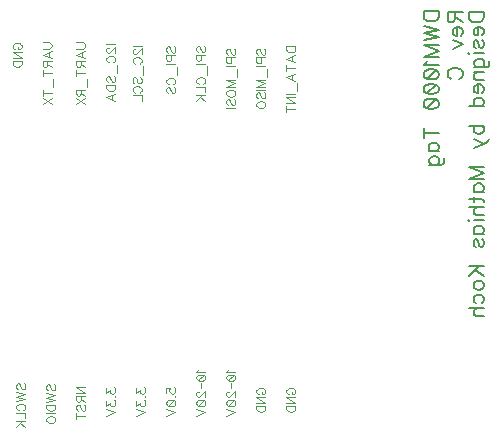
<source format=gbo>
G04 DipTrace 2.4.0.2*
%INBottomSilk.gbr*%
%MOIN*%
%ADD106C,0.0046*%
%ADD107C,0.0077*%
%FSLAX44Y44*%
G04*
G70*
G90*
G75*
G01*
%LNBotSilk*%
%LPD*%
X6859Y6894D2*
D106*
X6830Y6923D1*
X6816Y6966D1*
Y7023D1*
X6830Y7066D1*
X6859Y7095D1*
X6887D1*
X6916Y7081D1*
X6930Y7066D1*
X6945Y7038D1*
X6973Y6952D1*
X6988Y6923D1*
X7002Y6908D1*
X7031Y6894D1*
X7074D1*
X7102Y6923D1*
X7117Y6966D1*
Y7023D1*
X7102Y7066D1*
X7074Y7095D1*
X6816Y6802D2*
X7117Y6730D1*
X6816Y6658D1*
X7117Y6586D1*
X6816Y6514D1*
X6887Y6206D2*
X6859Y6221D1*
X6830Y6250D1*
X6816Y6278D1*
Y6335D1*
X6830Y6364D1*
X6859Y6393D1*
X6887Y6407D1*
X6930Y6422D1*
X7002D1*
X7045Y6407D1*
X7074Y6393D1*
X7102Y6364D1*
X7117Y6335D1*
Y6278D1*
X7102Y6250D1*
X7074Y6221D1*
X7045Y6206D1*
X6816Y6114D2*
X7117D1*
Y5942D1*
X6816Y5849D2*
X7117D1*
X6816Y5648D2*
X7017Y5849D1*
X6945Y5777D2*
X7117Y5648D1*
X7859Y6861D2*
X7830Y6890D1*
X7816Y6933D1*
Y6990D1*
X7830Y7033D1*
X7859Y7062D1*
X7887D1*
X7916Y7048D1*
X7930Y7033D1*
X7945Y7005D1*
X7973Y6919D1*
X7988Y6890D1*
X8002Y6876D1*
X8031Y6861D1*
X8074D1*
X8102Y6890D1*
X8117Y6933D1*
Y6990D1*
X8102Y7033D1*
X8074Y7062D1*
X7816Y6769D2*
X8117Y6697D1*
X7816Y6625D1*
X8117Y6553D1*
X7816Y6482D1*
Y6389D2*
X8117D1*
Y6288D1*
X8102Y6245D1*
X8074Y6216D1*
X8045Y6202D1*
X8002Y6188D1*
X7930D1*
X7887Y6202D1*
X7859Y6216D1*
X7830Y6245D1*
X7816Y6288D1*
Y6389D1*
Y6095D2*
X8117D1*
X7816Y5916D2*
X7830Y5945D1*
X7859Y5974D1*
X7887Y5988D1*
X7930Y6003D1*
X8002D1*
X8045Y5988D1*
X8074Y5974D1*
X8102Y5945D1*
X8117Y5916D1*
Y5859D1*
X8102Y5831D1*
X8074Y5802D1*
X8045Y5787D1*
X8002Y5773D1*
X7930D1*
X7887Y5787D1*
X7859Y5802D1*
X7830Y5831D1*
X7816Y5859D1*
Y5916D1*
X8816Y6779D2*
X9117D1*
X8816Y6980D1*
X9117D1*
X8959Y6686D2*
Y6557D1*
X8945Y6514D1*
X8930Y6500D1*
X8902Y6485D1*
X8873D1*
X8845Y6500D1*
X8830Y6514D1*
X8816Y6557D1*
Y6686D1*
X9117D1*
X8959Y6586D2*
X9117Y6485D1*
X8859Y6192D2*
X8830Y6220D1*
X8816Y6263D1*
Y6321D1*
X8830Y6364D1*
X8859Y6393D1*
X8887D1*
X8916Y6378D1*
X8930Y6364D1*
X8945Y6335D1*
X8974Y6249D1*
X8988Y6220D1*
X9002Y6206D1*
X9031Y6192D1*
X9074D1*
X9102Y6220D1*
X9117Y6263D1*
Y6321D1*
X9102Y6364D1*
X9074Y6393D1*
X8816Y5999D2*
X9117D1*
X8816Y6099D2*
Y5898D1*
X20391Y19497D2*
D107*
X20893D1*
Y19329D1*
X20869Y19257D1*
X20821Y19209D1*
X20773Y19186D1*
X20702Y19162D1*
X20582D1*
X20510Y19186D1*
X20463Y19209D1*
X20414Y19257D1*
X20391Y19329D1*
Y19497D1*
Y19007D2*
X20893Y18888D1*
X20391Y18768D1*
X20893Y18649D1*
X20391Y18529D1*
X20893Y17992D2*
X20391D1*
X20893Y18183D1*
X20391Y18374D1*
X20893D1*
X20487Y17838D2*
X20463Y17789D1*
X20391Y17718D1*
X20893D1*
X20391Y17420D2*
X20415Y17491D1*
X20487Y17539D1*
X20606Y17563D1*
X20678D1*
X20798Y17539D1*
X20869Y17491D1*
X20893Y17420D1*
Y17372D1*
X20869Y17300D1*
X20798Y17253D1*
X20678Y17228D1*
X20606D1*
X20487Y17253D1*
X20415Y17300D1*
X20391Y17372D1*
Y17420D1*
X20487Y17253D2*
X20798Y17539D1*
X20391Y16930D2*
X20415Y17002D1*
X20487Y17050D1*
X20606Y17074D1*
X20678D1*
X20798Y17050D1*
X20869Y17002D1*
X20893Y16930D1*
Y16883D1*
X20869Y16811D1*
X20798Y16763D1*
X20678Y16739D1*
X20606D1*
X20487Y16763D1*
X20415Y16811D1*
X20391Y16883D1*
Y16930D1*
X20487Y16763D2*
X20798Y17050D1*
X20391Y16441D2*
X20415Y16513D1*
X20487Y16561D1*
X20606Y16585D1*
X20678D1*
X20798Y16561D1*
X20869Y16513D1*
X20893Y16441D1*
Y16393D1*
X20869Y16322D1*
X20798Y16274D1*
X20678Y16250D1*
X20606D1*
X20487Y16274D1*
X20415Y16322D1*
X20391Y16393D1*
Y16441D1*
X20487Y16274D2*
X20798Y16561D1*
X20391Y15442D2*
X20893D1*
X20391Y15609D2*
Y15274D1*
X20558Y14833D2*
X20893D1*
X20630D2*
X20582Y14881D1*
X20558Y14929D1*
Y15000D1*
X20582Y15048D1*
X20630Y15096D1*
X20702Y15120D1*
X20749D1*
X20821Y15096D1*
X20869Y15048D1*
X20893Y15000D1*
Y14929D1*
X20869Y14881D1*
X20821Y14833D1*
X20582Y14392D2*
X20965D1*
X21036Y14416D1*
X21061Y14439D1*
X21084Y14487D1*
Y14559D1*
X21061Y14607D1*
X20654Y14392D2*
X20606Y14439D1*
X20582Y14487D1*
Y14559D1*
X20606Y14607D1*
X20654Y14655D1*
X20726Y14679D1*
X20774D1*
X20845Y14655D1*
X20893Y14607D1*
X20917Y14559D1*
Y14487D1*
X20893Y14439D1*
X20845Y14392D1*
X21430Y19468D2*
Y19253D1*
X21406Y19182D1*
X21382Y19157D1*
X21334Y19133D1*
X21286D1*
X21239Y19157D1*
X21214Y19182D1*
X21191Y19253D1*
Y19468D1*
X21693D1*
X21430Y19301D2*
X21693Y19133D1*
X21502Y18979D2*
Y18692D1*
X21454D1*
X21406Y18716D1*
X21382Y18740D1*
X21358Y18788D1*
Y18860D1*
X21382Y18907D1*
X21430Y18955D1*
X21502Y18979D1*
X21549D1*
X21621Y18955D1*
X21669Y18907D1*
X21693Y18860D1*
Y18788D1*
X21669Y18740D1*
X21621Y18692D1*
X21358Y18538D2*
X21693Y18394D1*
X21358Y18251D1*
X21310Y17252D2*
X21263Y17276D1*
X21214Y17324D1*
X21191Y17371D1*
Y17467D1*
X21214Y17515D1*
X21263Y17562D1*
X21310Y17587D1*
X21382Y17611D1*
X21502D1*
X21573Y17587D1*
X21621Y17562D1*
X21669Y17515D1*
X21693Y17467D1*
Y17371D1*
X21669Y17324D1*
X21621Y17276D1*
X21573Y17252D1*
X21891Y19471D2*
X22393D1*
Y19303D1*
X22369Y19231D1*
X22321Y19183D1*
X22273Y19159D1*
X22202Y19136D1*
X22082D1*
X22010Y19159D1*
X21963Y19183D1*
X21914Y19231D1*
X21891Y19303D1*
Y19471D1*
X22202Y18981D2*
Y18694D1*
X22154D1*
X22106Y18718D1*
X22082Y18742D1*
X22058Y18790D1*
Y18862D1*
X22082Y18909D1*
X22130Y18957D1*
X22202Y18981D1*
X22249D1*
X22321Y18957D1*
X22369Y18909D1*
X22393Y18862D1*
Y18790D1*
X22369Y18742D1*
X22321Y18694D1*
X22130Y18277D2*
X22082Y18301D1*
X22058Y18373D1*
Y18444D1*
X22082Y18516D1*
X22130Y18540D1*
X22178Y18516D1*
X22202Y18468D1*
X22226Y18349D1*
X22249Y18301D1*
X22298Y18277D1*
X22321D1*
X22369Y18301D1*
X22393Y18373D1*
Y18444D1*
X22369Y18516D1*
X22321Y18540D1*
X21891Y18123D2*
X21914Y18099D1*
X21891Y18074D1*
X21866Y18099D1*
X21891Y18123D1*
X22058Y18099D2*
X22393D1*
X22082Y17633D2*
X22465D1*
X22536Y17657D1*
X22561Y17681D1*
X22584Y17729D1*
Y17801D1*
X22561Y17848D1*
X22154Y17633D2*
X22106Y17681D1*
X22082Y17729D1*
Y17801D1*
X22106Y17848D1*
X22154Y17896D1*
X22226Y17920D1*
X22274D1*
X22345Y17896D1*
X22393Y17848D1*
X22417Y17801D1*
Y17729D1*
X22393Y17681D1*
X22345Y17633D1*
X22058Y17479D2*
X22393D1*
X22154D2*
X22082Y17407D1*
X22058Y17359D1*
Y17288D1*
X22082Y17239D1*
X22154Y17216D1*
X22393D1*
X22202Y17061D2*
Y16774D1*
X22154D1*
X22106Y16798D1*
X22082Y16822D1*
X22058Y16870D1*
Y16942D1*
X22082Y16989D1*
X22130Y17038D1*
X22202Y17061D1*
X22249D1*
X22321Y17038D1*
X22369Y16989D1*
X22393Y16942D1*
Y16870D1*
X22369Y16822D1*
X22321Y16774D1*
X21891Y16333D2*
X22393D1*
X22130D2*
X22082Y16381D1*
X22058Y16429D1*
Y16501D1*
X22082Y16548D1*
X22130Y16596D1*
X22202Y16620D1*
X22249D1*
X22321Y16596D1*
X22369Y16548D1*
X22393Y16501D1*
Y16429D1*
X22369Y16381D1*
X22321Y16333D1*
X21891Y15693D2*
X22393D1*
X22130D2*
X22082Y15645D1*
X22058Y15597D1*
Y15525D1*
X22082Y15478D1*
X22130Y15430D1*
X22202Y15406D1*
X22249D1*
X22321Y15430D1*
X22369Y15478D1*
X22393Y15525D1*
Y15597D1*
X22369Y15645D1*
X22321Y15693D1*
X22058Y15227D2*
X22393Y15084D1*
X22489Y15132D1*
X22537Y15180D1*
X22561Y15227D1*
Y15252D1*
X22058Y14940D2*
X22393Y15084D1*
Y13918D2*
X21891D1*
X22393Y14109D1*
X21891Y14300D1*
X22393D1*
X22058Y13476D2*
X22393D1*
X22130D2*
X22082Y13524D1*
X22058Y13572D1*
Y13643D1*
X22082Y13691D1*
X22130Y13739D1*
X22202Y13763D1*
X22249D1*
X22321Y13739D1*
X22369Y13691D1*
X22393Y13643D1*
Y13572D1*
X22369Y13524D1*
X22321Y13476D1*
X21891Y13250D2*
X22298D1*
X22369Y13226D1*
X22393Y13178D1*
Y13131D1*
X22058Y13322D2*
Y13154D1*
X21891Y12976D2*
X22393D1*
X22154D2*
X22082Y12904D1*
X22058Y12856D1*
Y12784D1*
X22082Y12737D1*
X22154Y12713D1*
X22393D1*
X21891Y12559D2*
X21914Y12535D1*
X21891Y12511D1*
X21866Y12535D1*
X21891Y12559D1*
X22058Y12535D2*
X22393D1*
X22058Y12069D2*
X22393D1*
X22130D2*
X22082Y12117D1*
X22058Y12165D1*
Y12236D1*
X22082Y12284D1*
X22130Y12332D1*
X22202Y12356D1*
X22249D1*
X22321Y12332D1*
X22369Y12284D1*
X22393Y12236D1*
Y12165D1*
X22369Y12117D1*
X22321Y12069D1*
X22130Y11652D2*
X22082Y11676D1*
X22058Y11748D1*
Y11819D1*
X22082Y11891D1*
X22130Y11915D1*
X22178Y11891D1*
X22202Y11843D1*
X22226Y11724D1*
X22249Y11676D1*
X22298Y11652D1*
X22321D1*
X22369Y11676D1*
X22393Y11748D1*
Y11819D1*
X22369Y11891D1*
X22321Y11915D1*
X21891Y11012D2*
X22393D1*
X21891Y10677D2*
X22226Y11012D1*
X22106Y10892D2*
X22393Y10677D1*
X22058Y10403D2*
X22082Y10450D1*
X22130Y10499D1*
X22202Y10522D1*
X22249D1*
X22321Y10499D1*
X22369Y10450D1*
X22393Y10403D1*
Y10331D1*
X22369Y10283D1*
X22321Y10235D1*
X22249Y10211D1*
X22202D1*
X22130Y10235D1*
X22082Y10283D1*
X22058Y10331D1*
Y10403D1*
X22130Y9769D2*
X22082Y9817D1*
X22058Y9865D1*
Y9937D1*
X22082Y9985D1*
X22130Y10032D1*
X22202Y10057D1*
X22249D1*
X22321Y10032D1*
X22369Y9985D1*
X22393Y9937D1*
Y9865D1*
X22369Y9817D1*
X22321Y9769D1*
X21891Y9615D2*
X22393D1*
X22154D2*
X22082Y9543D1*
X22058Y9495D1*
Y9423D1*
X22082Y9376D1*
X22154Y9352D1*
X22393D1*
X9816Y6932D2*
D106*
Y6775D1*
X9931Y6861D1*
Y6818D1*
X9945Y6789D1*
X9959Y6775D1*
X10002Y6760D1*
X10031D1*
X10074Y6775D1*
X10103Y6803D1*
X10117Y6847D1*
Y6890D1*
X10103Y6932D1*
X10088Y6947D1*
X10060Y6961D1*
X10088Y6653D2*
X10103Y6668D1*
X10117Y6653D1*
X10103Y6639D1*
X10088Y6653D1*
X9816Y6517D2*
Y6360D1*
X9931Y6446D1*
Y6403D1*
X9945Y6374D1*
X9959Y6360D1*
X10002Y6345D1*
X10031D1*
X10074Y6360D1*
X10103Y6388D1*
X10117Y6431D1*
Y6475D1*
X10103Y6517D1*
X10088Y6532D1*
X10060Y6546D1*
X9816Y6253D2*
X10117Y6138D1*
X9816Y6023D1*
X10816Y6932D2*
Y6775D1*
X10931Y6861D1*
Y6818D1*
X10945Y6789D1*
X10959Y6775D1*
X11002Y6760D1*
X11031D1*
X11074Y6775D1*
X11103Y6803D1*
X11117Y6847D1*
Y6890D1*
X11103Y6932D1*
X11088Y6947D1*
X11060Y6961D1*
X11088Y6653D2*
X11103Y6668D1*
X11117Y6653D1*
X11103Y6639D1*
X11088Y6653D1*
X10816Y6517D2*
Y6360D1*
X10931Y6446D1*
Y6403D1*
X10945Y6374D1*
X10959Y6360D1*
X11002Y6345D1*
X11031D1*
X11074Y6360D1*
X11103Y6388D1*
X11117Y6431D1*
Y6475D1*
X11103Y6517D1*
X11088Y6532D1*
X11060Y6546D1*
X10816Y6253D2*
X11117Y6138D1*
X10816Y6023D1*
X11816Y6789D2*
Y6932D1*
X11945Y6947D1*
X11931Y6932D1*
X11916Y6889D1*
Y6847D1*
X11931Y6803D1*
X11959Y6775D1*
X12002Y6760D1*
X12031D1*
X12074Y6775D1*
X12103Y6803D1*
X12117Y6847D1*
Y6889D1*
X12103Y6932D1*
X12088Y6947D1*
X12060Y6961D1*
X12088Y6653D2*
X12103Y6668D1*
X12117Y6653D1*
X12103Y6639D1*
X12088Y6653D1*
X11816Y6460D2*
X11830Y6503D1*
X11873Y6532D1*
X11945Y6546D1*
X11988D1*
X12060Y6532D1*
X12103Y6503D1*
X12117Y6460D1*
Y6431D1*
X12103Y6388D1*
X12060Y6360D1*
X11988Y6345D1*
X11945D1*
X11873Y6360D1*
X11830Y6388D1*
X11816Y6431D1*
Y6460D1*
X11873Y6360D2*
X12060Y6532D1*
X11816Y6253D2*
X12117Y6138D1*
X11816Y6023D1*
X12873Y7556D2*
X12859Y7528D1*
X12816Y7485D1*
X13117D1*
X12816Y7306D2*
X12830Y7349D1*
X12873Y7378D1*
X12945Y7392D1*
X12988D1*
X13060Y7378D1*
X13103Y7349D1*
X13117Y7306D1*
Y7277D1*
X13103Y7234D1*
X13060Y7205D1*
X12988Y7191D1*
X12945D1*
X12873Y7205D1*
X12830Y7234D1*
X12816Y7277D1*
Y7306D1*
X12873Y7205D2*
X13060Y7378D1*
X12967Y7098D2*
Y6932D1*
X12888Y6825D2*
X12873D1*
X12845Y6811D1*
X12830Y6797D1*
X12816Y6768D1*
Y6710D1*
X12830Y6682D1*
X12845Y6668D1*
X12873Y6653D1*
X12902D1*
X12931Y6668D1*
X12974Y6696D1*
X13117Y6840D1*
Y6639D1*
X12816Y6460D2*
X12830Y6503D1*
X12873Y6532D1*
X12945Y6546D1*
X12988D1*
X13060Y6532D1*
X13103Y6503D1*
X13117Y6460D1*
Y6431D1*
X13103Y6388D1*
X13060Y6360D1*
X12988Y6345D1*
X12945D1*
X12873Y6360D1*
X12830Y6388D1*
X12816Y6431D1*
Y6460D1*
X12873Y6360D2*
X13060Y6532D1*
X12816Y6253D2*
X13117Y6138D1*
X12816Y6023D1*
X13873Y7556D2*
X13859Y7528D1*
X13816Y7485D1*
X14117D1*
X13816Y7306D2*
X13830Y7349D1*
X13873Y7378D1*
X13945Y7392D1*
X13988D1*
X14060Y7378D1*
X14103Y7349D1*
X14117Y7306D1*
Y7277D1*
X14103Y7234D1*
X14060Y7205D1*
X13988Y7191D1*
X13945D1*
X13873Y7205D1*
X13830Y7234D1*
X13816Y7277D1*
Y7306D1*
X13873Y7205D2*
X14060Y7378D1*
X13967Y7098D2*
Y6932D1*
X13888Y6825D2*
X13873D1*
X13845Y6811D1*
X13830Y6797D1*
X13816Y6768D1*
Y6710D1*
X13830Y6682D1*
X13845Y6668D1*
X13873Y6653D1*
X13902D1*
X13931Y6668D1*
X13974Y6696D1*
X14117Y6840D1*
Y6639D1*
X13816Y6460D2*
X13830Y6503D1*
X13873Y6532D1*
X13945Y6546D1*
X13988D1*
X14060Y6532D1*
X14103Y6503D1*
X14117Y6460D1*
Y6431D1*
X14103Y6388D1*
X14060Y6360D1*
X13988Y6345D1*
X13945D1*
X13873Y6360D1*
X13830Y6388D1*
X13816Y6431D1*
Y6460D1*
X13873Y6360D2*
X14060Y6532D1*
X13816Y6253D2*
X14117Y6138D1*
X13816Y6023D1*
X14887Y6735D2*
X14859Y6750D1*
X14830Y6778D1*
X14816Y6807D1*
Y6864D1*
X14830Y6893D1*
X14859Y6922D1*
X14887Y6936D1*
X14930Y6951D1*
X15002D1*
X15045Y6936D1*
X15074Y6922D1*
X15102Y6893D1*
X15117Y6864D1*
Y6807D1*
X15102Y6778D1*
X15074Y6750D1*
X15045Y6735D1*
X15002D1*
Y6807D1*
X14816Y6442D2*
X15117D1*
X14816Y6643D1*
X15117D1*
X14816Y6349D2*
X15117D1*
Y6249D1*
X15102Y6206D1*
X15074Y6177D1*
X15045Y6162D1*
X15002Y6148D1*
X14930D1*
X14887Y6162D1*
X14859Y6177D1*
X14830Y6206D1*
X14816Y6249D1*
Y6349D1*
X15887Y6735D2*
X15859Y6750D1*
X15830Y6778D1*
X15816Y6807D1*
Y6864D1*
X15830Y6893D1*
X15859Y6922D1*
X15887Y6936D1*
X15930Y6951D1*
X16002D1*
X16045Y6936D1*
X16074Y6922D1*
X16102Y6893D1*
X16117Y6864D1*
Y6807D1*
X16102Y6778D1*
X16074Y6750D1*
X16045Y6735D1*
X16002D1*
Y6807D1*
X15816Y6442D2*
X16117D1*
X15816Y6643D1*
X16117D1*
X15816Y6349D2*
X16117D1*
Y6249D1*
X16102Y6206D1*
X16074Y6177D1*
X16045Y6162D1*
X16002Y6148D1*
X15930D1*
X15887Y6162D1*
X15859Y6177D1*
X15830Y6206D1*
X15816Y6249D1*
Y6349D1*
Y18333D2*
X16117D1*
Y18232D1*
X16102Y18189D1*
X16074Y18160D1*
X16045Y18146D1*
X16002Y18132D1*
X15930D1*
X15887Y18146D1*
X15859Y18160D1*
X15830Y18189D1*
X15816Y18232D1*
Y18333D1*
X16117Y17809D2*
X15816Y17924D1*
X16117Y18039D1*
X16017Y17996D2*
Y17852D1*
X15816Y17616D2*
X16117D1*
X15816Y17717D2*
Y17516D1*
X16117Y17193D2*
X15816Y17308D1*
X16117Y17423D1*
X16017Y17380D2*
Y17236D1*
X16167Y17101D2*
Y16828D1*
X15816Y16735D2*
X16117D1*
X15816Y16442D2*
X16117D1*
X15816Y16643D1*
X16117D1*
X15816Y16249D2*
X16117D1*
X15816Y16349D2*
Y16148D1*
X14859Y18055D2*
X14830Y18084D1*
X14816Y18127D1*
Y18184D1*
X14830Y18227D1*
X14859Y18256D1*
X14887D1*
X14916Y18241D1*
X14930Y18227D1*
X14945Y18199D1*
X14973Y18112D1*
X14988Y18084D1*
X15002Y18069D1*
X15031Y18055D1*
X15074D1*
X15102Y18084D1*
X15117Y18127D1*
Y18184D1*
X15102Y18227D1*
X15074Y18256D1*
X14973Y17962D2*
Y17833D1*
X14959Y17790D1*
X14945Y17776D1*
X14916Y17761D1*
X14873D1*
X14845Y17776D1*
X14830Y17790D1*
X14816Y17833D1*
Y17962D1*
X15117D1*
X14816Y17669D2*
X15117D1*
X15167Y17576D2*
Y17304D1*
X15117Y16982D2*
X14816D1*
X15117Y17096D1*
X14816Y17211D1*
X15117D1*
X14816Y16889D2*
X15117D1*
X14859Y16595D2*
X14830Y16624D1*
X14816Y16667D1*
Y16724D1*
X14830Y16767D1*
X14859Y16796D1*
X14887D1*
X14916Y16782D1*
X14930Y16767D1*
X14945Y16739D1*
X14974Y16653D1*
X14988Y16624D1*
X15002Y16610D1*
X15031Y16595D1*
X15074D1*
X15102Y16624D1*
X15117Y16667D1*
Y16724D1*
X15102Y16767D1*
X15074Y16796D1*
X14816Y16416D2*
X14830Y16445D1*
X14859Y16474D1*
X14887Y16488D1*
X14930Y16503D1*
X15002D1*
X15045Y16488D1*
X15074Y16474D1*
X15102Y16445D1*
X15117Y16416D1*
Y16359D1*
X15102Y16331D1*
X15074Y16302D1*
X15045Y16287D1*
X15002Y16273D1*
X14930D1*
X14887Y16287D1*
X14859Y16302D1*
X14830Y16331D1*
X14816Y16359D1*
Y16416D1*
X13859Y18055D2*
X13830Y18084D1*
X13816Y18127D1*
Y18184D1*
X13830Y18227D1*
X13859Y18256D1*
X13887D1*
X13916Y18241D1*
X13930Y18227D1*
X13945Y18199D1*
X13973Y18112D1*
X13988Y18084D1*
X14002Y18069D1*
X14031Y18055D1*
X14074D1*
X14102Y18084D1*
X14117Y18127D1*
Y18184D1*
X14102Y18227D1*
X14074Y18256D1*
X13973Y17962D2*
Y17833D1*
X13959Y17790D1*
X13945Y17776D1*
X13916Y17761D1*
X13873D1*
X13845Y17776D1*
X13830Y17790D1*
X13816Y17833D1*
Y17962D1*
X14117D1*
X13816Y17669D2*
X14117D1*
X14167Y17576D2*
Y17304D1*
X14117Y16982D2*
X13816D1*
X14117Y17096D1*
X13816Y17211D1*
X14117D1*
X13816Y16803D2*
X13830Y16831D1*
X13859Y16860D1*
X13887Y16875D1*
X13930Y16889D1*
X14002D1*
X14045Y16875D1*
X14074Y16860D1*
X14102Y16831D1*
X14117Y16803D1*
Y16745D1*
X14102Y16717D1*
X14074Y16688D1*
X14045Y16674D1*
X14002Y16659D1*
X13930D1*
X13887Y16674D1*
X13859Y16688D1*
X13830Y16717D1*
X13816Y16745D1*
Y16803D1*
X13859Y16366D2*
X13830Y16394D1*
X13816Y16437D1*
Y16495D1*
X13830Y16538D1*
X13859Y16567D1*
X13887D1*
X13916Y16552D1*
X13930Y16538D1*
X13945Y16509D1*
X13974Y16423D1*
X13988Y16394D1*
X14002Y16380D1*
X14031Y16366D1*
X14074D1*
X14102Y16394D1*
X14117Y16437D1*
Y16495D1*
X14102Y16538D1*
X14074Y16567D1*
X13816Y16273D2*
X14117D1*
X12859Y18141D2*
X12830Y18169D1*
X12816Y18212D1*
Y18270D1*
X12830Y18313D1*
X12859Y18342D1*
X12887D1*
X12916Y18327D1*
X12930Y18313D1*
X12945Y18284D1*
X12973Y18198D1*
X12988Y18169D1*
X13002Y18155D1*
X13031Y18141D1*
X13074D1*
X13102Y18169D1*
X13117Y18212D1*
Y18270D1*
X13102Y18313D1*
X13074Y18342D1*
X12973Y18048D2*
Y17919D1*
X12959Y17876D1*
X12945Y17861D1*
X12916Y17847D1*
X12873D1*
X12845Y17861D1*
X12830Y17876D1*
X12816Y17919D1*
Y18048D1*
X13117D1*
X12816Y17755D2*
X13117D1*
X13167Y17662D2*
Y17389D1*
X12887Y17081D2*
X12859Y17096D1*
X12830Y17125D1*
X12816Y17153D1*
Y17210D1*
X12830Y17239D1*
X12859Y17268D1*
X12887Y17282D1*
X12930Y17297D1*
X13002D1*
X13045Y17282D1*
X13074Y17268D1*
X13102Y17239D1*
X13117Y17210D1*
Y17153D1*
X13102Y17125D1*
X13074Y17096D1*
X13045Y17081D1*
X12816Y16989D2*
X13117D1*
Y16817D1*
X12816Y16724D2*
X13117D1*
X12816Y16523D2*
X13017Y16724D1*
X12945Y16652D2*
X13117Y16523D1*
X11859Y18126D2*
X11830Y18155D1*
X11816Y18198D1*
Y18255D1*
X11830Y18298D1*
X11859Y18327D1*
X11887D1*
X11916Y18312D1*
X11930Y18298D1*
X11945Y18270D1*
X11973Y18183D1*
X11988Y18155D1*
X12002Y18140D1*
X12031Y18126D1*
X12074D1*
X12102Y18155D1*
X12117Y18198D1*
Y18255D1*
X12102Y18298D1*
X12074Y18327D1*
X11973Y18033D2*
Y17904D1*
X11959Y17861D1*
X11945Y17847D1*
X11916Y17832D1*
X11873D1*
X11845Y17847D1*
X11830Y17861D1*
X11816Y17904D1*
Y18033D1*
X12117D1*
X11816Y17740D2*
X12117D1*
X12167Y17647D2*
Y17375D1*
X11887Y17067D2*
X11859Y17081D1*
X11830Y17110D1*
X11816Y17138D1*
Y17196D1*
X11830Y17225D1*
X11859Y17253D1*
X11887Y17268D1*
X11930Y17282D1*
X12002D1*
X12045Y17268D1*
X12074Y17253D1*
X12102Y17225D1*
X12117Y17196D1*
Y17138D1*
X12102Y17110D1*
X12074Y17081D1*
X12045Y17067D1*
X11859Y16773D2*
X11830Y16802D1*
X11816Y16845D1*
Y16902D1*
X11830Y16945D1*
X11859Y16974D1*
X11887D1*
X11916Y16960D1*
X11930Y16945D1*
X11945Y16917D1*
X11973Y16831D1*
X11988Y16802D1*
X12002Y16787D1*
X12031Y16773D1*
X12074D1*
X12102Y16802D1*
X12117Y16845D1*
Y16902D1*
X12102Y16945D1*
X12074Y16974D1*
X10691Y18356D2*
X10992D1*
X10763Y18249D2*
X10748D1*
X10720Y18235D1*
X10705Y18220D1*
X10691Y18191D1*
Y18134D1*
X10705Y18106D1*
X10720Y18091D1*
X10748Y18077D1*
X10777D1*
X10806Y18091D1*
X10848Y18120D1*
X10992Y18263D1*
Y18062D1*
X10762Y17755D2*
X10734Y17769D1*
X10705Y17798D1*
X10691Y17826D1*
Y17884D1*
X10705Y17912D1*
X10734Y17941D1*
X10762Y17956D1*
X10805Y17970D1*
X10877D1*
X10920Y17956D1*
X10949Y17941D1*
X10977Y17912D1*
X10992Y17884D1*
Y17826D1*
X10977Y17798D1*
X10949Y17769D1*
X10920Y17755D1*
X11042Y17662D2*
Y17389D1*
X10734Y17096D2*
X10705Y17124D1*
X10691Y17167D1*
Y17225D1*
X10705Y17268D1*
X10734Y17297D1*
X10762D1*
X10791Y17282D1*
X10805Y17268D1*
X10820Y17239D1*
X10849Y17153D1*
X10863Y17124D1*
X10877Y17110D1*
X10906Y17096D1*
X10949D1*
X10977Y17124D1*
X10992Y17167D1*
Y17225D1*
X10977Y17268D1*
X10949Y17297D1*
X10762Y16788D2*
X10734Y16802D1*
X10705Y16831D1*
X10691Y16860D1*
Y16917D1*
X10705Y16946D1*
X10734Y16974D1*
X10762Y16989D1*
X10805Y17003D1*
X10877D1*
X10920Y16989D1*
X10949Y16974D1*
X10977Y16946D1*
X10992Y16917D1*
Y16860D1*
X10977Y16831D1*
X10949Y16802D1*
X10920Y16788D1*
X10691Y16695D2*
X10992D1*
Y16523D1*
X9816Y18399D2*
X10117D1*
X9888Y18292D2*
X9873D1*
X9845Y18278D1*
X9830Y18264D1*
X9816Y18235D1*
Y18178D1*
X9830Y18149D1*
X9845Y18135D1*
X9873Y18120D1*
X9902D1*
X9931Y18135D1*
X9973Y18163D1*
X10117Y18307D1*
Y18106D1*
X9887Y17798D2*
X9859Y17812D1*
X9830Y17841D1*
X9816Y17870D1*
Y17927D1*
X9830Y17956D1*
X9859Y17984D1*
X9887Y17999D1*
X9930Y18013D1*
X10002D1*
X10045Y17999D1*
X10074Y17984D1*
X10102Y17956D1*
X10117Y17927D1*
Y17870D1*
X10102Y17841D1*
X10074Y17812D1*
X10045Y17798D1*
X10167Y17705D2*
Y17433D1*
X9859Y17139D2*
X9830Y17168D1*
X9816Y17211D1*
Y17268D1*
X9830Y17311D1*
X9859Y17340D1*
X9887D1*
X9916Y17326D1*
X9930Y17311D1*
X9945Y17283D1*
X9974Y17197D1*
X9988Y17168D1*
X10002Y17153D1*
X10031Y17139D1*
X10074D1*
X10102Y17168D1*
X10117Y17211D1*
Y17268D1*
X10102Y17311D1*
X10074Y17340D1*
X9816Y17047D2*
X10117D1*
Y16946D1*
X10102Y16903D1*
X10074Y16874D1*
X10045Y16860D1*
X10002Y16846D1*
X9930D1*
X9887Y16860D1*
X9859Y16874D1*
X9830Y16903D1*
X9816Y16946D1*
Y17047D1*
X10117Y16523D2*
X9816Y16638D1*
X10117Y16753D1*
X10017Y16710D2*
Y16566D1*
X8816Y18461D2*
X9031D1*
X9074Y18447D1*
X9102Y18418D1*
X9117Y18375D1*
Y18346D1*
X9102Y18303D1*
X9074Y18274D1*
X9031Y18260D1*
X8816D1*
X9117Y17938D2*
X8816Y18053D1*
X9117Y18168D1*
X9017Y18124D2*
Y17981D1*
X8959Y17845D2*
Y17716D1*
X8945Y17673D1*
X8930Y17658D1*
X8902Y17644D1*
X8873D1*
X8845Y17658D1*
X8830Y17673D1*
X8816Y17716D1*
Y17845D1*
X9117D1*
X8959Y17745D2*
X9117Y17644D1*
X8816Y17451D2*
X9117D1*
X8816Y17552D2*
Y17351D1*
X9167Y17258D2*
Y16985D1*
X8959Y16893D2*
Y16764D1*
X8945Y16721D1*
X8930Y16706D1*
X8902Y16692D1*
X8873D1*
X8845Y16706D1*
X8830Y16721D1*
X8816Y16764D1*
Y16893D1*
X9117D1*
X8959Y16792D2*
X9117Y16692D1*
X8816Y16599D2*
X9117Y16398D1*
X8816D2*
X9117Y16599D1*
X7691Y18461D2*
X7906D1*
X7949Y18447D1*
X7977Y18418D1*
X7992Y18375D1*
Y18346D1*
X7977Y18303D1*
X7949Y18274D1*
X7906Y18260D1*
X7691D1*
X7992Y17938D2*
X7691Y18053D1*
X7992Y18168D1*
X7892Y18124D2*
Y17981D1*
X7834Y17845D2*
Y17716D1*
X7820Y17673D1*
X7805Y17658D1*
X7777Y17644D1*
X7748D1*
X7720Y17658D1*
X7705Y17673D1*
X7691Y17716D1*
Y17845D1*
X7992D1*
X7834Y17745D2*
X7992Y17644D1*
X7691Y17451D2*
X7992D1*
X7691Y17552D2*
Y17351D1*
X8042Y17258D2*
Y16985D1*
X7691Y16792D2*
X7992D1*
X7691Y16893D2*
Y16692D1*
Y16599D2*
X7992Y16398D1*
X7691D2*
X7992Y16599D1*
X6762Y18235D2*
X6734Y18250D1*
X6705Y18278D1*
X6691Y18307D1*
Y18364D1*
X6705Y18393D1*
X6734Y18422D1*
X6762Y18436D1*
X6805Y18451D1*
X6877D1*
X6920Y18436D1*
X6949Y18422D1*
X6977Y18393D1*
X6992Y18364D1*
Y18307D1*
X6977Y18278D1*
X6949Y18250D1*
X6920Y18235D1*
X6877D1*
Y18307D1*
X6691Y17942D2*
X6992D1*
X6691Y18143D1*
X6992D1*
X6691Y17849D2*
X6992D1*
Y17749D1*
X6977Y17706D1*
X6949Y17677D1*
X6920Y17662D1*
X6877Y17648D1*
X6805D1*
X6762Y17662D1*
X6734Y17677D1*
X6705Y17706D1*
X6691Y17749D1*
Y17849D1*
M02*

</source>
